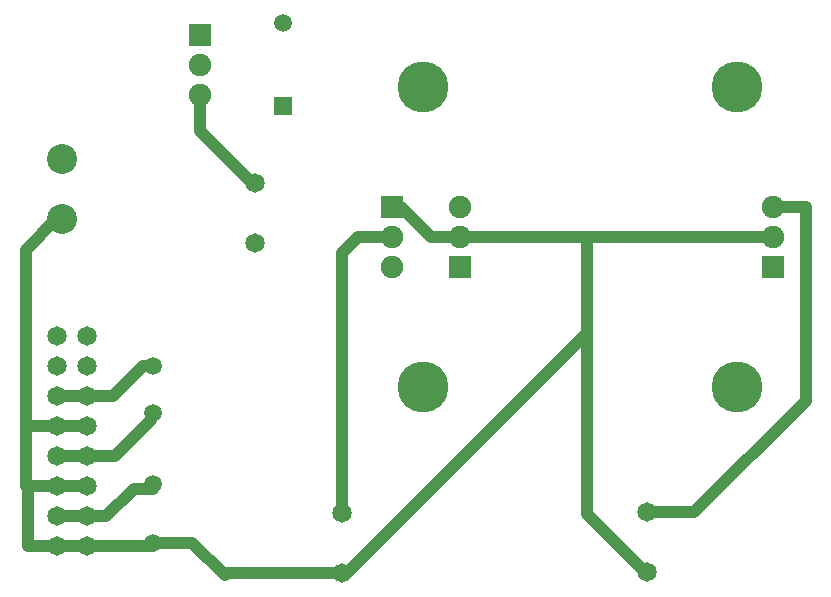
<source format=gbr>
G04 DipTrace 4.2.0.1*
G04 2 - Bottom.gbr*
%MOIN*%
G04 #@! TF.FileFunction,Copper,L2,Bot*
G04 #@! TF.Part,Single*
G04 #@! TA.AperFunction,Conductor*
%ADD16C,0.03937*%
G04 #@! TA.AperFunction,ComponentPad*
%ADD18C,0.065*%
%ADD19C,0.17*%
%ADD20R,0.074803X0.074803*%
%ADD21C,0.074803*%
%ADD22C,0.064961*%
%ADD23C,0.059055*%
%ADD24R,0.059055X0.059055*%
%ADD25C,0.059055*%
%ADD27C,0.1*%
%FSLAX26Y26*%
G04*
G70*
G90*
G75*
G01*
G04 Bottom*
%LPD*%
X585605Y895621D2*
D16*
X685605D1*
X905512D1*
Y905512D1*
X1037247D1*
X1144815Y797944D1*
Y805454D1*
X1535597D1*
X685605Y1095621D2*
X585605D1*
X488227D1*
Y895621D1*
X585605D1*
Y1295621D2*
X481361D1*
Y1095621D1*
X488227D1*
X685605Y1295621D2*
X585605D1*
X603675Y1985875D2*
X583975D1*
X481361Y1883261D1*
Y1295621D1*
X2972438Y1925472D2*
X2352646D1*
X1929134D1*
X1535597Y805454D2*
X1553486D1*
X2352646Y1604614D1*
Y1925472D1*
X1702531Y2025457D2*
X1733749D1*
X1833734Y1925472D1*
X1929134D1*
X2553238Y807420D2*
X2547028D1*
X2352646Y1001802D1*
Y1925472D1*
X1702531Y1925457D2*
X1589293D1*
X1535597Y1871761D1*
Y1005454D1*
X585605Y995621D2*
X685605D1*
X750462D1*
X841867Y1087026D1*
X905512D1*
Y1102362D1*
X585605Y1195621D2*
X685605D1*
X780087D1*
X899016Y1314550D1*
Y1338583D1*
X905512D1*
X2972438Y2025472D2*
X3080911D1*
Y1377852D1*
X2710479Y1007420D1*
X2553238D1*
X585605Y1395621D2*
X685605D1*
X773252D1*
X873694Y1496063D1*
X905512D1*
X1062992Y2398425D2*
Y2278358D1*
X1236427Y2104924D1*
X1246508D1*
D18*
X585605Y1495621D3*
Y1395621D3*
Y1295621D3*
Y1195621D3*
Y1095621D3*
Y995621D3*
Y895621D3*
X685605D3*
Y995621D3*
Y1095621D3*
Y1195621D3*
Y1295621D3*
Y1395621D3*
Y1495621D3*
Y1595621D3*
X585605D3*
D19*
X2853709Y2426125D3*
Y1426125D3*
D20*
X1702531Y2025457D3*
D21*
Y1925457D3*
Y1825457D3*
D20*
X2972438Y1825472D3*
D21*
Y1925472D3*
Y2025472D3*
D19*
X1804559Y2425457D3*
Y1425457D3*
D22*
X1246508Y1904924D3*
Y2104924D3*
X2553238Y807420D3*
Y1007420D3*
X1535597Y805454D3*
Y1005454D3*
D23*
X905512Y905512D3*
Y1102362D3*
Y1338583D3*
Y1496063D3*
D20*
X1062992Y2598425D3*
D21*
Y2498425D3*
Y2398425D3*
D24*
X1338583Y2362205D3*
D25*
Y2637795D3*
D27*
X603675Y1985875D3*
Y2185875D3*
D20*
X1929134Y1825472D3*
D21*
Y1925472D3*
Y2025472D3*
M02*

</source>
